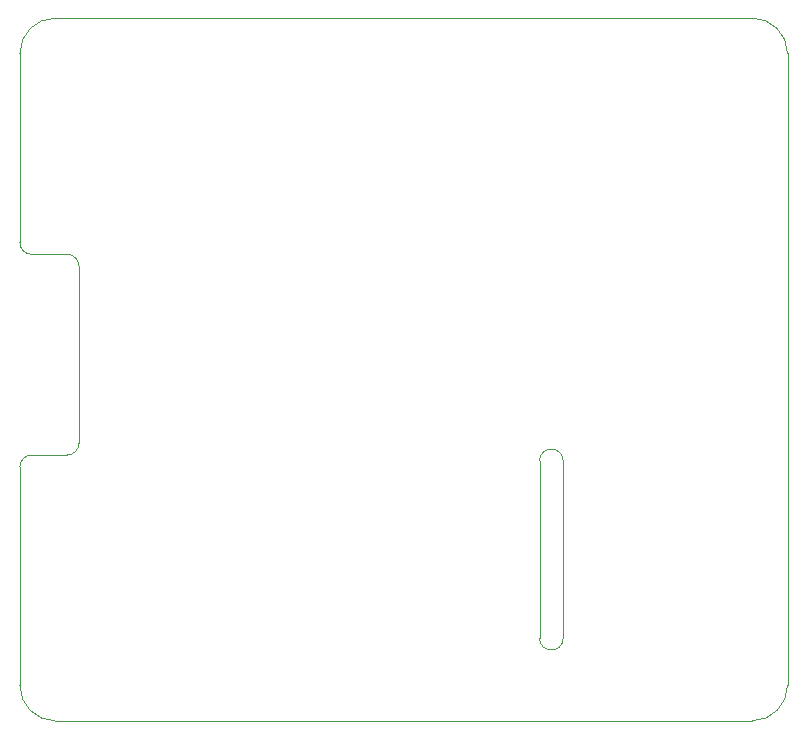
<source format=gbr>
%TF.GenerationSoftware,KiCad,Pcbnew,7.0.2-0*%
%TF.CreationDate,2024-01-28T21:47:35-03:30*%
%TF.ProjectId,ground-station,67726f75-6e64-42d7-9374-6174696f6e2e,rev?*%
%TF.SameCoordinates,Original*%
%TF.FileFunction,Profile,NP*%
%FSLAX46Y46*%
G04 Gerber Fmt 4.6, Leading zero omitted, Abs format (unit mm)*
G04 Created by KiCad (PCBNEW 7.0.2-0) date 2024-01-28 21:47:35*
%MOMM*%
%LPD*%
G01*
G04 APERTURE LIST*
%TA.AperFunction,Profile*%
%ADD10C,0.100000*%
%TD*%
G04 APERTURE END LIST*
D10*
X103190000Y-65880000D02*
X162190000Y-65880000D01*
X103190000Y-65880000D02*
G75*
G03*
X100190000Y-68880000I0J-3000000D01*
G01*
X165190000Y-68880000D02*
X165190000Y-122380000D01*
X101190000Y-85880000D02*
X104190000Y-85880000D01*
X100190000Y-103880000D02*
X100190000Y-122380000D01*
X144190000Y-103380000D02*
X144190000Y-118380000D01*
X165190000Y-68880000D02*
G75*
G03*
X162190000Y-65880000I-3000000J0D01*
G01*
X100190000Y-122380000D02*
G75*
G03*
X103190000Y-125380000I3000000J0D01*
G01*
X101190000Y-102880000D02*
G75*
G03*
X100190000Y-103880000I0J-1000000D01*
G01*
X103190000Y-125380000D02*
X162190000Y-125380000D01*
X146190000Y-103380000D02*
G75*
G03*
X144190000Y-103380000I-1000000J0D01*
G01*
X101190000Y-102880000D02*
X104190000Y-102880000D01*
X162190000Y-125380000D02*
G75*
G03*
X165190000Y-122380000I0J3000000D01*
G01*
X104190000Y-102880000D02*
G75*
G03*
X105190000Y-101880000I0J1000000D01*
G01*
X100190000Y-68880000D02*
X100190000Y-84880000D01*
X146190000Y-103380000D02*
X146190000Y-118380000D01*
X144190000Y-118380000D02*
G75*
G03*
X146190000Y-118380000I1000000J0D01*
G01*
X105190000Y-86880000D02*
G75*
G03*
X104190000Y-85880000I-1000000J0D01*
G01*
X100190000Y-84880000D02*
G75*
G03*
X101190000Y-85880000I1000000J0D01*
G01*
X105190000Y-86880000D02*
X105190000Y-101880000D01*
M02*

</source>
